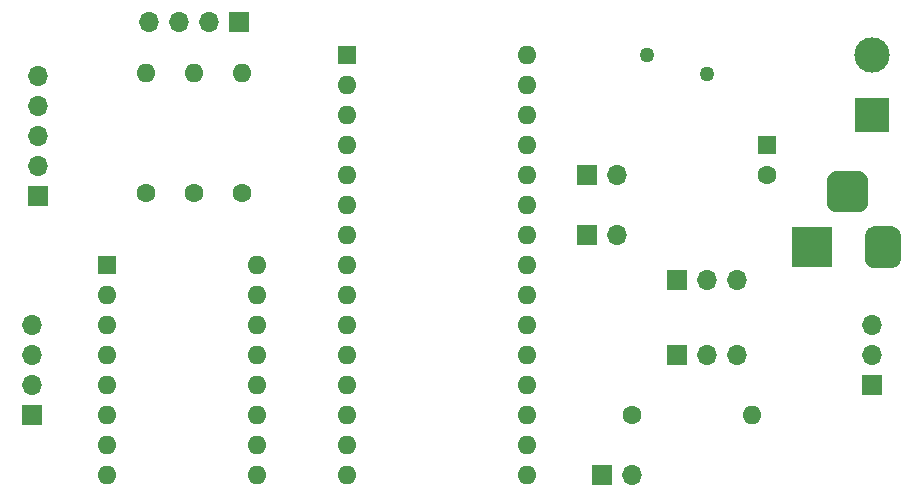
<source format=gbr>
G04 #@! TF.GenerationSoftware,KiCad,Pcbnew,5.1.5+dfsg1-2build2*
G04 #@! TF.CreationDate,2020-11-19T11:24:51+00:00*
G04 #@! TF.ProjectId,PIDController,50494443-6f6e-4747-926f-6c6c65722e6b,rev?*
G04 #@! TF.SameCoordinates,Original*
G04 #@! TF.FileFunction,Copper,L1,Top*
G04 #@! TF.FilePolarity,Positive*
%FSLAX46Y46*%
G04 Gerber Fmt 4.6, Leading zero omitted, Abs format (unit mm)*
G04 Created by KiCad (PCBNEW 5.1.5+dfsg1-2build2) date 2020-11-19 11:24:51*
%MOMM*%
%LPD*%
G04 APERTURE LIST*
%ADD10C,1.600000*%
%ADD11O,1.600000X1.600000*%
%ADD12R,1.600000X1.600000*%
%ADD13C,3.000000*%
%ADD14R,3.000000X3.000000*%
%ADD15C,1.270000*%
%ADD16R,1.700000X1.700000*%
%ADD17O,1.700000X1.700000*%
%ADD18R,3.500000X3.500000*%
%ADD19C,0.100000*%
G04 APERTURE END LIST*
D10*
X87122000Y-104394000D03*
D11*
X87122000Y-94234000D03*
D12*
X104140000Y-92710000D03*
D11*
X119380000Y-125730000D03*
X104140000Y-95250000D03*
X119380000Y-123190000D03*
X104140000Y-97790000D03*
X119380000Y-120650000D03*
X104140000Y-100330000D03*
X119380000Y-118110000D03*
X104140000Y-102870000D03*
X119380000Y-115570000D03*
X104140000Y-105410000D03*
X119380000Y-113030000D03*
X104140000Y-107950000D03*
X119380000Y-110490000D03*
X104140000Y-110490000D03*
X119380000Y-107950000D03*
X104140000Y-113030000D03*
X119380000Y-105410000D03*
X104140000Y-115570000D03*
X119380000Y-102870000D03*
X104140000Y-118110000D03*
X119380000Y-100330000D03*
X104140000Y-120650000D03*
X119380000Y-97790000D03*
X104140000Y-123190000D03*
X119380000Y-95250000D03*
X104140000Y-125730000D03*
X119380000Y-92710000D03*
X104140000Y-128270000D03*
X119380000Y-128270000D03*
D13*
X148590000Y-92710000D03*
D14*
X148590000Y-97790000D03*
D12*
X83820000Y-110490000D03*
D11*
X96520000Y-128270000D03*
X83820000Y-113030000D03*
X96520000Y-125730000D03*
X83820000Y-115570000D03*
X96520000Y-123190000D03*
X83820000Y-118110000D03*
X96520000Y-120650000D03*
X83820000Y-120650000D03*
X96520000Y-118110000D03*
X83820000Y-123190000D03*
X96520000Y-115570000D03*
X83820000Y-125730000D03*
X96520000Y-113030000D03*
X83820000Y-128270000D03*
X96520000Y-110490000D03*
D15*
X134640000Y-94310000D03*
X129540000Y-92710000D03*
D16*
X77978000Y-104648000D03*
D17*
X77978000Y-102108000D03*
X77978000Y-99568000D03*
X77978000Y-97028000D03*
X77978000Y-94488000D03*
D16*
X94996000Y-89916000D03*
D17*
X92456000Y-89916000D03*
X89916000Y-89916000D03*
X87376000Y-89916000D03*
D16*
X148590000Y-120650000D03*
D17*
X148590000Y-118110000D03*
X148590000Y-115570000D03*
X137160000Y-111760000D03*
X134620000Y-111760000D03*
D16*
X132080000Y-111760000D03*
X132080000Y-118110000D03*
D17*
X134620000Y-118110000D03*
X137160000Y-118110000D03*
X77470000Y-115570000D03*
X77470000Y-118110000D03*
X77470000Y-120650000D03*
D16*
X77470000Y-123190000D03*
X124460000Y-102870000D03*
D17*
X127000000Y-102870000D03*
X127000000Y-107950000D03*
D16*
X124460000Y-107950000D03*
X125730000Y-128270000D03*
D17*
X128270000Y-128270000D03*
D10*
X128270000Y-123190000D03*
D11*
X138430000Y-123190000D03*
D12*
X139700000Y-100330000D03*
D10*
X139700000Y-102830000D03*
D18*
X143510000Y-108966000D03*
G04 #@! TA.AperFunction,ComponentPad*
D19*
G36*
X150333513Y-107219611D02*
G01*
X150406318Y-107230411D01*
X150477714Y-107248295D01*
X150547013Y-107273090D01*
X150613548Y-107304559D01*
X150676678Y-107342398D01*
X150735795Y-107386242D01*
X150790330Y-107435670D01*
X150839758Y-107490205D01*
X150883602Y-107549322D01*
X150921441Y-107612452D01*
X150952910Y-107678987D01*
X150977705Y-107748286D01*
X150995589Y-107819682D01*
X151006389Y-107892487D01*
X151010000Y-107966000D01*
X151010000Y-109966000D01*
X151006389Y-110039513D01*
X150995589Y-110112318D01*
X150977705Y-110183714D01*
X150952910Y-110253013D01*
X150921441Y-110319548D01*
X150883602Y-110382678D01*
X150839758Y-110441795D01*
X150790330Y-110496330D01*
X150735795Y-110545758D01*
X150676678Y-110589602D01*
X150613548Y-110627441D01*
X150547013Y-110658910D01*
X150477714Y-110683705D01*
X150406318Y-110701589D01*
X150333513Y-110712389D01*
X150260000Y-110716000D01*
X148760000Y-110716000D01*
X148686487Y-110712389D01*
X148613682Y-110701589D01*
X148542286Y-110683705D01*
X148472987Y-110658910D01*
X148406452Y-110627441D01*
X148343322Y-110589602D01*
X148284205Y-110545758D01*
X148229670Y-110496330D01*
X148180242Y-110441795D01*
X148136398Y-110382678D01*
X148098559Y-110319548D01*
X148067090Y-110253013D01*
X148042295Y-110183714D01*
X148024411Y-110112318D01*
X148013611Y-110039513D01*
X148010000Y-109966000D01*
X148010000Y-107966000D01*
X148013611Y-107892487D01*
X148024411Y-107819682D01*
X148042295Y-107748286D01*
X148067090Y-107678987D01*
X148098559Y-107612452D01*
X148136398Y-107549322D01*
X148180242Y-107490205D01*
X148229670Y-107435670D01*
X148284205Y-107386242D01*
X148343322Y-107342398D01*
X148406452Y-107304559D01*
X148472987Y-107273090D01*
X148542286Y-107248295D01*
X148613682Y-107230411D01*
X148686487Y-107219611D01*
X148760000Y-107216000D01*
X150260000Y-107216000D01*
X150333513Y-107219611D01*
G37*
G04 #@! TD.AperFunction*
G04 #@! TA.AperFunction,ComponentPad*
G36*
X147470765Y-102520213D02*
G01*
X147555704Y-102532813D01*
X147638999Y-102553677D01*
X147719848Y-102582605D01*
X147797472Y-102619319D01*
X147871124Y-102663464D01*
X147940094Y-102714616D01*
X148003718Y-102772282D01*
X148061384Y-102835906D01*
X148112536Y-102904876D01*
X148156681Y-102978528D01*
X148193395Y-103056152D01*
X148222323Y-103137001D01*
X148243187Y-103220296D01*
X148255787Y-103305235D01*
X148260000Y-103391000D01*
X148260000Y-105141000D01*
X148255787Y-105226765D01*
X148243187Y-105311704D01*
X148222323Y-105394999D01*
X148193395Y-105475848D01*
X148156681Y-105553472D01*
X148112536Y-105627124D01*
X148061384Y-105696094D01*
X148003718Y-105759718D01*
X147940094Y-105817384D01*
X147871124Y-105868536D01*
X147797472Y-105912681D01*
X147719848Y-105949395D01*
X147638999Y-105978323D01*
X147555704Y-105999187D01*
X147470765Y-106011787D01*
X147385000Y-106016000D01*
X145635000Y-106016000D01*
X145549235Y-106011787D01*
X145464296Y-105999187D01*
X145381001Y-105978323D01*
X145300152Y-105949395D01*
X145222528Y-105912681D01*
X145148876Y-105868536D01*
X145079906Y-105817384D01*
X145016282Y-105759718D01*
X144958616Y-105696094D01*
X144907464Y-105627124D01*
X144863319Y-105553472D01*
X144826605Y-105475848D01*
X144797677Y-105394999D01*
X144776813Y-105311704D01*
X144764213Y-105226765D01*
X144760000Y-105141000D01*
X144760000Y-103391000D01*
X144764213Y-103305235D01*
X144776813Y-103220296D01*
X144797677Y-103137001D01*
X144826605Y-103056152D01*
X144863319Y-102978528D01*
X144907464Y-102904876D01*
X144958616Y-102835906D01*
X145016282Y-102772282D01*
X145079906Y-102714616D01*
X145148876Y-102663464D01*
X145222528Y-102619319D01*
X145300152Y-102582605D01*
X145381001Y-102553677D01*
X145464296Y-102532813D01*
X145549235Y-102520213D01*
X145635000Y-102516000D01*
X147385000Y-102516000D01*
X147470765Y-102520213D01*
G37*
G04 #@! TD.AperFunction*
D10*
X95250000Y-104394000D03*
D11*
X95250000Y-94234000D03*
X91186000Y-94234000D03*
D10*
X91186000Y-104394000D03*
M02*

</source>
